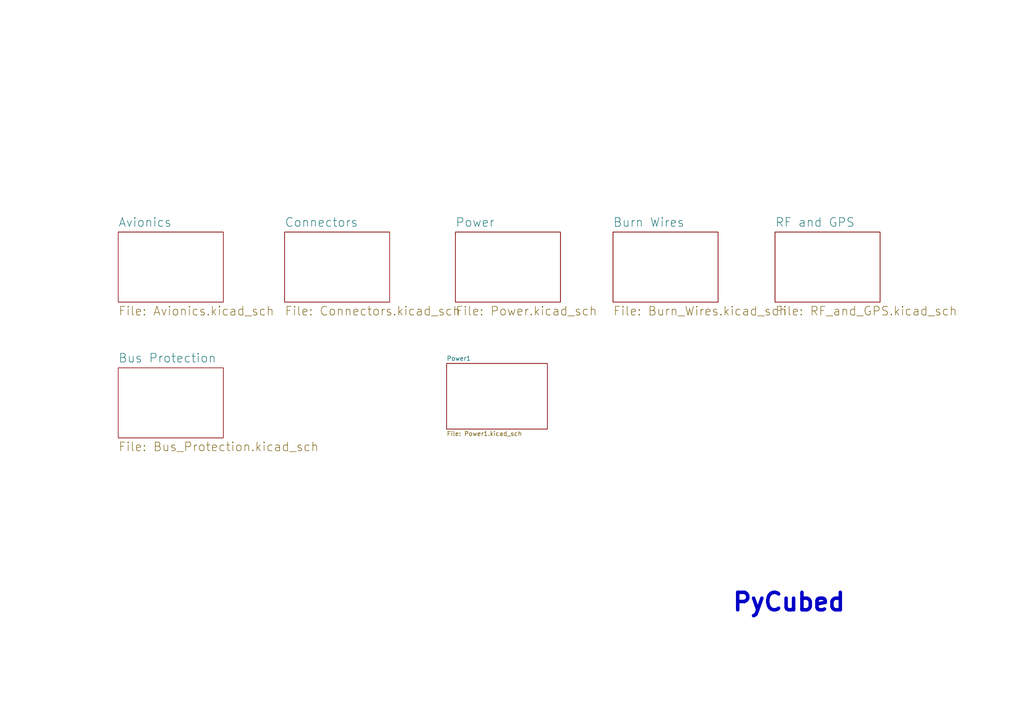
<source format=kicad_sch>
(kicad_sch (version 20230121) (generator eeschema)
  (paper "A4")
  (title_block (title "PyCubed Mainboard") (date "2021-06-09") (rev "v05c") (company "Max Holliday"))
  (lib_symbols)
  (text "PyCubed" (at 212.09 177.8 0) (effects (font (size 5.08 5.08) (thickness 1.016) bold) (justify left bottom)))
  (sheet (at 34.29 67.31) (size 30.48 20.32)
    (property "Sheetname" "Avionics" (at 34.29 65.9634 0) (effects (font (size 2.54 2.54)) (justify left bottom)))
    (property "Sheetfile" "Avionics.kicad_sch" (at 34.29 88.7226 0) (effects (font (size 2.54 2.54)) (justify left top)))
  )
  (sheet (at 132.08 67.31) (size 30.48 20.32)
    (property "Sheetname" "Power" (at 132.08 65.9634 0) (effects (font (size 2.54 2.54)) (justify left bottom)))
    (property "Sheetfile" "Power.kicad_sch" (at 132.08 88.7226 0) (effects (font (size 2.54 2.54)) (justify left top)))
  )
  (sheet (at 82.55 67.31) (size 30.48 20.32)
    (property "Sheetname" "Connectors" (at 82.55 65.9634 0) (effects (font (size 2.54 2.54)) (justify left bottom)))
    (property "Sheetfile" "Connectors.kicad_sch" (at 82.55 88.7226 0) (effects (font (size 2.54 2.54)) (justify left top)))
  )
  (sheet (at 224.79 67.31) (size 30.48 20.32)
    (property "Sheetname" "RF and GPS" (at 224.79 65.9634 0) (effects (font (size 2.54 2.54)) (justify left bottom)))
    (property "Sheetfile" "RF_and_GPS.kicad_sch" (at 224.79 88.7226 0) (effects (font (size 2.54 2.54)) (justify left top)))
  )
  (sheet (at 177.8 67.31) (size 30.48 20.32)
    (property "Sheetname" "Burn Wires" (at 177.8 65.9634 0) (effects (font (size 2.54 2.54)) (justify left bottom)))
    (property "Sheetfile" "Burn_Wires.kicad_sch" (at 177.8 88.7226 0) (effects (font (size 2.54 2.54)) (justify left top)))
  )
  (sheet (at 34.29 106.68) (size 30.48 20.32)
    (property "Sheetname" "Bus Protection" (at 34.29 105.3334 0) (effects (font (size 2.54 2.54)) (justify left bottom)))
    (property "Sheetfile" "Bus_Protection.kicad_sch" (at 34.29 128.0926 0) (effects (font (size 2.54 2.54)) (justify left top)))
  )
  (sheet (at 129.54 105.41) (size 29.21 19.05) (stroke (width 0.1524))
    (property "Sheetname" "Power1" (at 129.54 104.6984 0) (effects (justify left bottom)))
    (property "Sheetfile" "Power1.kicad_sch" (at 129.54 125.0446 0) (effects (justify left top)))
  )
)
</source>
